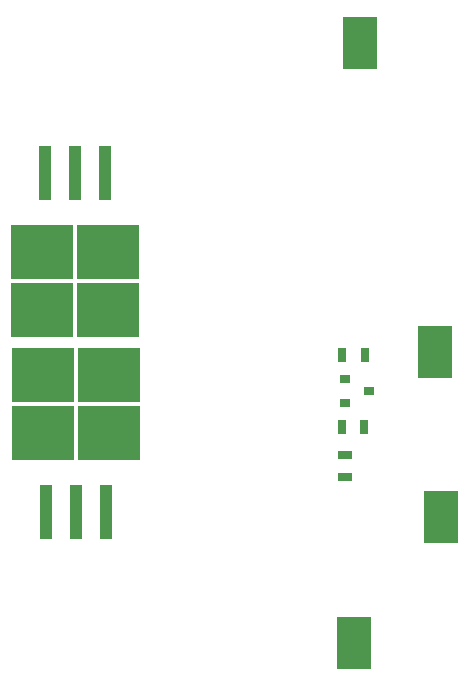
<source format=gbr>
G04 #@! TF.GenerationSoftware,KiCad,Pcbnew,(5.1.10-1-10_14)*
G04 #@! TF.CreationDate,2021-09-30T23:38:58-04:00*
G04 #@! TF.ProjectId,lv_bms_tester_board,6c765f62-6d73-45f7-9465-737465725f62,rev?*
G04 #@! TF.SameCoordinates,Original*
G04 #@! TF.FileFunction,Paste,Top*
G04 #@! TF.FilePolarity,Positive*
%FSLAX46Y46*%
G04 Gerber Fmt 4.6, Leading zero omitted, Abs format (unit mm)*
G04 Created by KiCad (PCBNEW (5.1.10-1-10_14)) date 2021-09-30 23:38:58*
%MOMM*%
%LPD*%
G01*
G04 APERTURE LIST*
%ADD10R,3.000000X4.500000*%
%ADD11R,0.700000X1.300000*%
%ADD12R,1.300000X0.700000*%
%ADD13R,0.900000X0.800000*%
%ADD14R,5.250000X4.550000*%
%ADD15R,1.100000X4.600000*%
G04 APERTURE END LIST*
D10*
X143510000Y-80264000D03*
X143002000Y-131064000D03*
X149860000Y-106426000D03*
X150368000Y-120396000D03*
D11*
X143952000Y-106680000D03*
X142052000Y-106680000D03*
X141986000Y-112776000D03*
X143886000Y-112776000D03*
D12*
X142240000Y-117028000D03*
X142240000Y-115128000D03*
D13*
X144272000Y-109728000D03*
X142272000Y-108678000D03*
X142272000Y-110778000D03*
D14*
X116635000Y-97975000D03*
D15*
X121950000Y-91250000D03*
D14*
X122185000Y-97975000D03*
X116635000Y-102825000D03*
D15*
X116870000Y-91250000D03*
X119410000Y-91250000D03*
D14*
X122185000Y-102825000D03*
X122250000Y-113250000D03*
D15*
X116935000Y-119975000D03*
D14*
X116700000Y-113250000D03*
X122250000Y-108400000D03*
D15*
X122015000Y-119975000D03*
X119475000Y-119975000D03*
D14*
X116700000Y-108400000D03*
M02*

</source>
